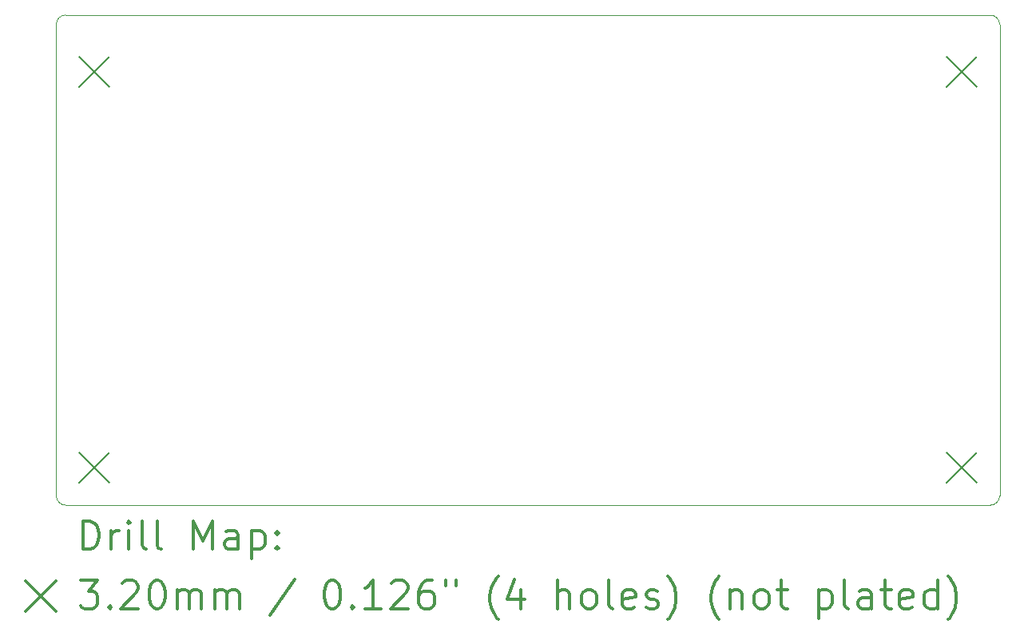
<source format=gbr>
%FSLAX45Y45*%
G04 Gerber Fmt 4.5, Leading zero omitted, Abs format (unit mm)*
G04 Created by KiCad (PCBNEW (5.1.5)-3) date 2020-02-17 21:39:47*
%MOMM*%
%LPD*%
G04 APERTURE LIST*
%TA.AperFunction,Profile*%
%ADD10C,0.050000*%
%TD*%
%ADD11C,0.200000*%
%ADD12C,0.300000*%
G04 APERTURE END LIST*
D10*
X100000Y-10000000D02*
X9900000Y-10000000D01*
X0Y-4900000D02*
X0Y-9900000D01*
X9900000Y-4800000D02*
X100000Y-4800000D01*
X10000000Y-9900000D02*
X10000000Y-4900000D01*
X100000Y-10000000D02*
G75*
G02X0Y-9900000I0J100000D01*
G01*
X10000000Y-9900000D02*
G75*
G02X9900000Y-10000000I-100000J0D01*
G01*
X9900000Y-4800000D02*
G75*
G02X10000000Y-4900000I0J-100000D01*
G01*
X0Y-4900000D02*
G75*
G02X100000Y-4800000I100000J0D01*
G01*
D11*
X240000Y-5240000D02*
X560000Y-5560000D01*
X560000Y-5240000D02*
X240000Y-5560000D01*
X9440000Y-9440000D02*
X9760000Y-9760000D01*
X9760000Y-9440000D02*
X9440000Y-9760000D01*
X9440000Y-5240000D02*
X9760000Y-5560000D01*
X9760000Y-5240000D02*
X9440000Y-5560000D01*
X240000Y-9440000D02*
X560000Y-9760000D01*
X560000Y-9440000D02*
X240000Y-9760000D01*
D12*
X283928Y-10468214D02*
X283928Y-10168214D01*
X355357Y-10168214D01*
X398214Y-10182500D01*
X426786Y-10211072D01*
X441071Y-10239643D01*
X455357Y-10296786D01*
X455357Y-10339643D01*
X441071Y-10396786D01*
X426786Y-10425357D01*
X398214Y-10453929D01*
X355357Y-10468214D01*
X283928Y-10468214D01*
X583928Y-10468214D02*
X583928Y-10268214D01*
X583928Y-10325357D02*
X598214Y-10296786D01*
X612500Y-10282500D01*
X641071Y-10268214D01*
X669643Y-10268214D01*
X769643Y-10468214D02*
X769643Y-10268214D01*
X769643Y-10168214D02*
X755357Y-10182500D01*
X769643Y-10196786D01*
X783928Y-10182500D01*
X769643Y-10168214D01*
X769643Y-10196786D01*
X955357Y-10468214D02*
X926786Y-10453929D01*
X912500Y-10425357D01*
X912500Y-10168214D01*
X1112500Y-10468214D02*
X1083928Y-10453929D01*
X1069643Y-10425357D01*
X1069643Y-10168214D01*
X1455357Y-10468214D02*
X1455357Y-10168214D01*
X1555357Y-10382500D01*
X1655357Y-10168214D01*
X1655357Y-10468214D01*
X1926786Y-10468214D02*
X1926786Y-10311072D01*
X1912500Y-10282500D01*
X1883928Y-10268214D01*
X1826786Y-10268214D01*
X1798214Y-10282500D01*
X1926786Y-10453929D02*
X1898214Y-10468214D01*
X1826786Y-10468214D01*
X1798214Y-10453929D01*
X1783928Y-10425357D01*
X1783928Y-10396786D01*
X1798214Y-10368214D01*
X1826786Y-10353929D01*
X1898214Y-10353929D01*
X1926786Y-10339643D01*
X2069643Y-10268214D02*
X2069643Y-10568214D01*
X2069643Y-10282500D02*
X2098214Y-10268214D01*
X2155357Y-10268214D01*
X2183928Y-10282500D01*
X2198214Y-10296786D01*
X2212500Y-10325357D01*
X2212500Y-10411072D01*
X2198214Y-10439643D01*
X2183928Y-10453929D01*
X2155357Y-10468214D01*
X2098214Y-10468214D01*
X2069643Y-10453929D01*
X2341071Y-10439643D02*
X2355357Y-10453929D01*
X2341071Y-10468214D01*
X2326786Y-10453929D01*
X2341071Y-10439643D01*
X2341071Y-10468214D01*
X2341071Y-10282500D02*
X2355357Y-10296786D01*
X2341071Y-10311072D01*
X2326786Y-10296786D01*
X2341071Y-10282500D01*
X2341071Y-10311072D01*
X-322500Y-10802500D02*
X-2500Y-11122500D01*
X-2500Y-10802500D02*
X-322500Y-11122500D01*
X255357Y-10798214D02*
X441071Y-10798214D01*
X341071Y-10912500D01*
X383928Y-10912500D01*
X412500Y-10926786D01*
X426786Y-10941072D01*
X441071Y-10969643D01*
X441071Y-11041072D01*
X426786Y-11069643D01*
X412500Y-11083929D01*
X383928Y-11098214D01*
X298214Y-11098214D01*
X269643Y-11083929D01*
X255357Y-11069643D01*
X569643Y-11069643D02*
X583928Y-11083929D01*
X569643Y-11098214D01*
X555357Y-11083929D01*
X569643Y-11069643D01*
X569643Y-11098214D01*
X698214Y-10826786D02*
X712500Y-10812500D01*
X741071Y-10798214D01*
X812500Y-10798214D01*
X841071Y-10812500D01*
X855357Y-10826786D01*
X869643Y-10855357D01*
X869643Y-10883929D01*
X855357Y-10926786D01*
X683928Y-11098214D01*
X869643Y-11098214D01*
X1055357Y-10798214D02*
X1083928Y-10798214D01*
X1112500Y-10812500D01*
X1126786Y-10826786D01*
X1141071Y-10855357D01*
X1155357Y-10912500D01*
X1155357Y-10983929D01*
X1141071Y-11041072D01*
X1126786Y-11069643D01*
X1112500Y-11083929D01*
X1083928Y-11098214D01*
X1055357Y-11098214D01*
X1026786Y-11083929D01*
X1012500Y-11069643D01*
X998214Y-11041072D01*
X983928Y-10983929D01*
X983928Y-10912500D01*
X998214Y-10855357D01*
X1012500Y-10826786D01*
X1026786Y-10812500D01*
X1055357Y-10798214D01*
X1283928Y-11098214D02*
X1283928Y-10898214D01*
X1283928Y-10926786D02*
X1298214Y-10912500D01*
X1326786Y-10898214D01*
X1369643Y-10898214D01*
X1398214Y-10912500D01*
X1412500Y-10941072D01*
X1412500Y-11098214D01*
X1412500Y-10941072D02*
X1426786Y-10912500D01*
X1455357Y-10898214D01*
X1498214Y-10898214D01*
X1526786Y-10912500D01*
X1541071Y-10941072D01*
X1541071Y-11098214D01*
X1683928Y-11098214D02*
X1683928Y-10898214D01*
X1683928Y-10926786D02*
X1698214Y-10912500D01*
X1726786Y-10898214D01*
X1769643Y-10898214D01*
X1798214Y-10912500D01*
X1812500Y-10941072D01*
X1812500Y-11098214D01*
X1812500Y-10941072D02*
X1826786Y-10912500D01*
X1855357Y-10898214D01*
X1898214Y-10898214D01*
X1926786Y-10912500D01*
X1941071Y-10941072D01*
X1941071Y-11098214D01*
X2526786Y-10783929D02*
X2269643Y-11169643D01*
X2912500Y-10798214D02*
X2941071Y-10798214D01*
X2969643Y-10812500D01*
X2983928Y-10826786D01*
X2998214Y-10855357D01*
X3012500Y-10912500D01*
X3012500Y-10983929D01*
X2998214Y-11041072D01*
X2983928Y-11069643D01*
X2969643Y-11083929D01*
X2941071Y-11098214D01*
X2912500Y-11098214D01*
X2883928Y-11083929D01*
X2869643Y-11069643D01*
X2855357Y-11041072D01*
X2841071Y-10983929D01*
X2841071Y-10912500D01*
X2855357Y-10855357D01*
X2869643Y-10826786D01*
X2883928Y-10812500D01*
X2912500Y-10798214D01*
X3141071Y-11069643D02*
X3155357Y-11083929D01*
X3141071Y-11098214D01*
X3126786Y-11083929D01*
X3141071Y-11069643D01*
X3141071Y-11098214D01*
X3441071Y-11098214D02*
X3269643Y-11098214D01*
X3355357Y-11098214D02*
X3355357Y-10798214D01*
X3326786Y-10841072D01*
X3298214Y-10869643D01*
X3269643Y-10883929D01*
X3555357Y-10826786D02*
X3569643Y-10812500D01*
X3598214Y-10798214D01*
X3669643Y-10798214D01*
X3698214Y-10812500D01*
X3712500Y-10826786D01*
X3726786Y-10855357D01*
X3726786Y-10883929D01*
X3712500Y-10926786D01*
X3541071Y-11098214D01*
X3726786Y-11098214D01*
X3983928Y-10798214D02*
X3926786Y-10798214D01*
X3898214Y-10812500D01*
X3883928Y-10826786D01*
X3855357Y-10869643D01*
X3841071Y-10926786D01*
X3841071Y-11041072D01*
X3855357Y-11069643D01*
X3869643Y-11083929D01*
X3898214Y-11098214D01*
X3955357Y-11098214D01*
X3983928Y-11083929D01*
X3998214Y-11069643D01*
X4012500Y-11041072D01*
X4012500Y-10969643D01*
X3998214Y-10941072D01*
X3983928Y-10926786D01*
X3955357Y-10912500D01*
X3898214Y-10912500D01*
X3869643Y-10926786D01*
X3855357Y-10941072D01*
X3841071Y-10969643D01*
X4126786Y-10798214D02*
X4126786Y-10855357D01*
X4241071Y-10798214D02*
X4241071Y-10855357D01*
X4683928Y-11212500D02*
X4669643Y-11198214D01*
X4641071Y-11155357D01*
X4626786Y-11126786D01*
X4612500Y-11083929D01*
X4598214Y-11012500D01*
X4598214Y-10955357D01*
X4612500Y-10883929D01*
X4626786Y-10841072D01*
X4641071Y-10812500D01*
X4669643Y-10769643D01*
X4683928Y-10755357D01*
X4926786Y-10898214D02*
X4926786Y-11098214D01*
X4855357Y-10783929D02*
X4783928Y-10998214D01*
X4969643Y-10998214D01*
X5312500Y-11098214D02*
X5312500Y-10798214D01*
X5441071Y-11098214D02*
X5441071Y-10941072D01*
X5426786Y-10912500D01*
X5398214Y-10898214D01*
X5355357Y-10898214D01*
X5326786Y-10912500D01*
X5312500Y-10926786D01*
X5626786Y-11098214D02*
X5598214Y-11083929D01*
X5583928Y-11069643D01*
X5569643Y-11041072D01*
X5569643Y-10955357D01*
X5583928Y-10926786D01*
X5598214Y-10912500D01*
X5626786Y-10898214D01*
X5669643Y-10898214D01*
X5698214Y-10912500D01*
X5712500Y-10926786D01*
X5726786Y-10955357D01*
X5726786Y-11041072D01*
X5712500Y-11069643D01*
X5698214Y-11083929D01*
X5669643Y-11098214D01*
X5626786Y-11098214D01*
X5898214Y-11098214D02*
X5869643Y-11083929D01*
X5855357Y-11055357D01*
X5855357Y-10798214D01*
X6126786Y-11083929D02*
X6098214Y-11098214D01*
X6041071Y-11098214D01*
X6012500Y-11083929D01*
X5998214Y-11055357D01*
X5998214Y-10941072D01*
X6012500Y-10912500D01*
X6041071Y-10898214D01*
X6098214Y-10898214D01*
X6126786Y-10912500D01*
X6141071Y-10941072D01*
X6141071Y-10969643D01*
X5998214Y-10998214D01*
X6255357Y-11083929D02*
X6283928Y-11098214D01*
X6341071Y-11098214D01*
X6369643Y-11083929D01*
X6383928Y-11055357D01*
X6383928Y-11041072D01*
X6369643Y-11012500D01*
X6341071Y-10998214D01*
X6298214Y-10998214D01*
X6269643Y-10983929D01*
X6255357Y-10955357D01*
X6255357Y-10941072D01*
X6269643Y-10912500D01*
X6298214Y-10898214D01*
X6341071Y-10898214D01*
X6369643Y-10912500D01*
X6483928Y-11212500D02*
X6498214Y-11198214D01*
X6526786Y-11155357D01*
X6541071Y-11126786D01*
X6555357Y-11083929D01*
X6569643Y-11012500D01*
X6569643Y-10955357D01*
X6555357Y-10883929D01*
X6541071Y-10841072D01*
X6526786Y-10812500D01*
X6498214Y-10769643D01*
X6483928Y-10755357D01*
X7026786Y-11212500D02*
X7012500Y-11198214D01*
X6983928Y-11155357D01*
X6969643Y-11126786D01*
X6955357Y-11083929D01*
X6941071Y-11012500D01*
X6941071Y-10955357D01*
X6955357Y-10883929D01*
X6969643Y-10841072D01*
X6983928Y-10812500D01*
X7012500Y-10769643D01*
X7026786Y-10755357D01*
X7141071Y-10898214D02*
X7141071Y-11098214D01*
X7141071Y-10926786D02*
X7155357Y-10912500D01*
X7183928Y-10898214D01*
X7226786Y-10898214D01*
X7255357Y-10912500D01*
X7269643Y-10941072D01*
X7269643Y-11098214D01*
X7455357Y-11098214D02*
X7426786Y-11083929D01*
X7412500Y-11069643D01*
X7398214Y-11041072D01*
X7398214Y-10955357D01*
X7412500Y-10926786D01*
X7426786Y-10912500D01*
X7455357Y-10898214D01*
X7498214Y-10898214D01*
X7526786Y-10912500D01*
X7541071Y-10926786D01*
X7555357Y-10955357D01*
X7555357Y-11041072D01*
X7541071Y-11069643D01*
X7526786Y-11083929D01*
X7498214Y-11098214D01*
X7455357Y-11098214D01*
X7641071Y-10898214D02*
X7755357Y-10898214D01*
X7683928Y-10798214D02*
X7683928Y-11055357D01*
X7698214Y-11083929D01*
X7726786Y-11098214D01*
X7755357Y-11098214D01*
X8083928Y-10898214D02*
X8083928Y-11198214D01*
X8083928Y-10912500D02*
X8112500Y-10898214D01*
X8169643Y-10898214D01*
X8198214Y-10912500D01*
X8212500Y-10926786D01*
X8226786Y-10955357D01*
X8226786Y-11041072D01*
X8212500Y-11069643D01*
X8198214Y-11083929D01*
X8169643Y-11098214D01*
X8112500Y-11098214D01*
X8083928Y-11083929D01*
X8398214Y-11098214D02*
X8369643Y-11083929D01*
X8355357Y-11055357D01*
X8355357Y-10798214D01*
X8641071Y-11098214D02*
X8641071Y-10941072D01*
X8626786Y-10912500D01*
X8598214Y-10898214D01*
X8541071Y-10898214D01*
X8512500Y-10912500D01*
X8641071Y-11083929D02*
X8612500Y-11098214D01*
X8541071Y-11098214D01*
X8512500Y-11083929D01*
X8498214Y-11055357D01*
X8498214Y-11026786D01*
X8512500Y-10998214D01*
X8541071Y-10983929D01*
X8612500Y-10983929D01*
X8641071Y-10969643D01*
X8741071Y-10898214D02*
X8855357Y-10898214D01*
X8783928Y-10798214D02*
X8783928Y-11055357D01*
X8798214Y-11083929D01*
X8826786Y-11098214D01*
X8855357Y-11098214D01*
X9069643Y-11083929D02*
X9041071Y-11098214D01*
X8983928Y-11098214D01*
X8955357Y-11083929D01*
X8941071Y-11055357D01*
X8941071Y-10941072D01*
X8955357Y-10912500D01*
X8983928Y-10898214D01*
X9041071Y-10898214D01*
X9069643Y-10912500D01*
X9083928Y-10941072D01*
X9083928Y-10969643D01*
X8941071Y-10998214D01*
X9341071Y-11098214D02*
X9341071Y-10798214D01*
X9341071Y-11083929D02*
X9312500Y-11098214D01*
X9255357Y-11098214D01*
X9226786Y-11083929D01*
X9212500Y-11069643D01*
X9198214Y-11041072D01*
X9198214Y-10955357D01*
X9212500Y-10926786D01*
X9226786Y-10912500D01*
X9255357Y-10898214D01*
X9312500Y-10898214D01*
X9341071Y-10912500D01*
X9455357Y-11212500D02*
X9469643Y-11198214D01*
X9498214Y-11155357D01*
X9512500Y-11126786D01*
X9526786Y-11083929D01*
X9541071Y-11012500D01*
X9541071Y-10955357D01*
X9526786Y-10883929D01*
X9512500Y-10841072D01*
X9498214Y-10812500D01*
X9469643Y-10769643D01*
X9455357Y-10755357D01*
M02*

</source>
